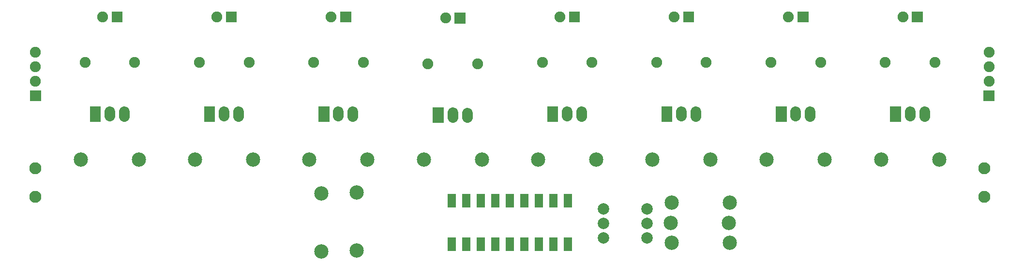
<source format=gbs>
G04 Layer: BottomSolderMaskLayer*
G04 EasyEDA v6.4.25, 2021-12-20T13:39:12+01:00*
G04 63a1d32c011d494aaade838ba407243e,51d3ad7738a14b0e94bcfea3d2f56fdc,10*
G04 Gerber Generator version 0.2*
G04 Scale: 100 percent, Rotated: No, Reflected: No *
G04 Dimensions in millimeters *
G04 leading zeros omitted , absolute positions ,4 integer and 5 decimal *
%FSLAX45Y45*%
%MOMM*%

%ADD23C,1.9016*%
%ADD24C,2.1016*%
%ADD26C,2.0032*%
%ADD29C,2.5032*%

%LPD*%
D23*
X899998Y-2259512D02*
G01*
X899998Y-2339512D01*
X1154023Y-2260503D02*
G01*
X1154023Y-2340503D01*
X2899994Y-2259512D02*
G01*
X2899994Y-2339512D01*
X3154019Y-2260503D02*
G01*
X3154019Y-2340503D01*
X4899990Y-2259512D02*
G01*
X4899990Y-2339512D01*
X5154015Y-2260503D02*
G01*
X5154015Y-2340503D01*
X6899986Y-2280518D02*
G01*
X6899986Y-2360518D01*
X7154011Y-2281509D02*
G01*
X7154011Y-2361509D01*
X8899982Y-2259512D02*
G01*
X8899982Y-2339512D01*
X9154007Y-2260503D02*
G01*
X9154007Y-2340503D01*
X10900003Y-2259512D02*
G01*
X10900003Y-2339512D01*
X11154029Y-2260503D02*
G01*
X11154029Y-2340503D01*
X12899999Y-2259512D02*
G01*
X12899999Y-2339512D01*
X13154025Y-2260503D02*
G01*
X13154025Y-2340503D01*
X14899995Y-2259512D02*
G01*
X14899995Y-2339512D01*
X15154020Y-2260503D02*
G01*
X15154020Y-2340503D01*
D24*
G01*
X-399999Y-3249548D03*
G01*
X-399999Y-3750437D03*
G01*
X16199993Y-3750437D03*
G01*
X16199993Y-3249548D03*
D23*
G01*
X1334998Y-1399997D03*
G01*
X464997Y-1399997D03*
G01*
X3334994Y-1399997D03*
G01*
X2464993Y-1399997D03*
G01*
X5335015Y-1399997D03*
G01*
X4465015Y-1399997D03*
G01*
X7334986Y-1422400D03*
G01*
X6464985Y-1422400D03*
G01*
X9334982Y-1399997D03*
G01*
X8464981Y-1399997D03*
G01*
X11335004Y-1399997D03*
G01*
X10465003Y-1399997D03*
G01*
X13335000Y-1399997D03*
G01*
X12464999Y-1399997D03*
G01*
X15334995Y-1399997D03*
G01*
X14464995Y-1399997D03*
G36*
X550926Y-2434589D02*
G01*
X550926Y-2164334D01*
X741171Y-2164334D01*
X741171Y-2434589D01*
G37*
G36*
X2550922Y-2434589D02*
G01*
X2550922Y-2164334D01*
X2741168Y-2164334D01*
X2741168Y-2434589D01*
G37*
G36*
X4550918Y-2434589D02*
G01*
X4550918Y-2164334D01*
X4741163Y-2164334D01*
X4741163Y-2434589D01*
G37*
G36*
X6550913Y-2455671D02*
G01*
X6550913Y-2185415D01*
X6741159Y-2185415D01*
X6741159Y-2455671D01*
G37*
G36*
X8550909Y-2434589D02*
G01*
X8550909Y-2164334D01*
X8741156Y-2164334D01*
X8741156Y-2434589D01*
G37*
G36*
X10550906Y-2434589D02*
G01*
X10550906Y-2164334D01*
X10741152Y-2164334D01*
X10741152Y-2434589D01*
G37*
G36*
X12550902Y-2434589D02*
G01*
X12550902Y-2164334D01*
X12741147Y-2164334D01*
X12741147Y-2434589D01*
G37*
G36*
X14550897Y-2434589D02*
G01*
X14550897Y-2164334D01*
X14741143Y-2164334D01*
X14741143Y-2434589D01*
G37*
D26*
G01*
X9537700Y-4216400D03*
G01*
X9537700Y-3962400D03*
G01*
X10299700Y-4470400D03*
G01*
X10299700Y-4216400D03*
G01*
X10299700Y-3962400D03*
G01*
X9537700Y-4470400D03*
G36*
X-495045Y-2076195D02*
G01*
X-495045Y-1885950D01*
X-304800Y-1885950D01*
X-304800Y-2076195D01*
G37*
D23*
G01*
X-399999Y-1726996D03*
G01*
X-399999Y-1472996D03*
G01*
X-399999Y-1218996D03*
G36*
X16186404Y-2076195D02*
G01*
X16186404Y-1885950D01*
X16376395Y-1885950D01*
X16376395Y-2076195D01*
G37*
G01*
X16281400Y-1726996D03*
G01*
X16281400Y-1472996D03*
G01*
X16281400Y-1218996D03*
G36*
X931926Y-695197D02*
G01*
X931926Y-504952D01*
X1122171Y-504952D01*
X1122171Y-695197D01*
G37*
G01*
X772998Y-599998D03*
G36*
X2931922Y-695197D02*
G01*
X2931922Y-504952D01*
X3122168Y-504952D01*
X3122168Y-695197D01*
G37*
G01*
X2772994Y-599998D03*
G36*
X4931918Y-695197D02*
G01*
X4931918Y-504952D01*
X5122163Y-504952D01*
X5122163Y-695197D01*
G37*
G01*
X4772990Y-599998D03*
G36*
X6931913Y-716026D02*
G01*
X6931913Y-526034D01*
X7122159Y-526034D01*
X7122159Y-716026D01*
G37*
G01*
X6773011Y-621004D03*
G36*
X8931909Y-695197D02*
G01*
X8931909Y-504952D01*
X9122156Y-504952D01*
X9122156Y-695197D01*
G37*
G01*
X8773007Y-599998D03*
G36*
X10931906Y-695197D02*
G01*
X10931906Y-504952D01*
X11122152Y-504952D01*
X11122152Y-695197D01*
G37*
G01*
X10773003Y-599998D03*
G36*
X12931902Y-695197D02*
G01*
X12931902Y-504952D01*
X13122147Y-504952D01*
X13122147Y-695197D01*
G37*
G01*
X12772999Y-599998D03*
G36*
X14931897Y-695197D02*
G01*
X14931897Y-504952D01*
X15122143Y-504952D01*
X15122143Y-695197D01*
G37*
G01*
X14772995Y-599998D03*
G36*
X8845295Y-3938270D02*
G01*
X8845295Y-3699763D01*
X8986774Y-3699763D01*
X8986774Y-3938270D01*
G37*
G36*
X8591295Y-3938270D02*
G01*
X8591295Y-3699763D01*
X8732774Y-3699763D01*
X8732774Y-3938270D01*
G37*
G36*
X7321295Y-3938270D02*
G01*
X7321295Y-3699763D01*
X7462774Y-3699763D01*
X7462774Y-3938270D01*
G37*
G36*
X7067295Y-3938270D02*
G01*
X7067295Y-3699763D01*
X7208774Y-3699763D01*
X7208774Y-3938270D01*
G37*
G36*
X8337295Y-3938270D02*
G01*
X8337295Y-3699763D01*
X8478774Y-3699763D01*
X8478774Y-3938270D01*
G37*
G36*
X8083295Y-3938270D02*
G01*
X8083295Y-3699763D01*
X8224774Y-3699763D01*
X8224774Y-3938270D01*
G37*
G36*
X7575295Y-3938270D02*
G01*
X7575295Y-3699763D01*
X7716774Y-3699763D01*
X7716774Y-3938270D01*
G37*
G36*
X7829295Y-3938270D02*
G01*
X7829295Y-3699763D01*
X7970774Y-3699763D01*
X7970774Y-3938270D01*
G37*
G36*
X6813295Y-3938270D02*
G01*
X6813295Y-3699763D01*
X6954774Y-3699763D01*
X6954774Y-3938270D01*
G37*
G36*
X6813295Y-4700270D02*
G01*
X6813295Y-4461763D01*
X6954774Y-4461763D01*
X6954774Y-4700270D01*
G37*
G36*
X7067295Y-4700270D02*
G01*
X7067295Y-4461763D01*
X7208774Y-4461763D01*
X7208774Y-4700270D01*
G37*
G36*
X7321295Y-4700270D02*
G01*
X7321295Y-4461763D01*
X7462774Y-4461763D01*
X7462774Y-4700270D01*
G37*
G36*
X7575295Y-4700270D02*
G01*
X7575295Y-4461763D01*
X7716774Y-4461763D01*
X7716774Y-4700270D01*
G37*
G36*
X7829295Y-4700270D02*
G01*
X7829295Y-4461763D01*
X7970774Y-4461763D01*
X7970774Y-4700270D01*
G37*
G36*
X8083295Y-4700270D02*
G01*
X8083295Y-4461763D01*
X8224774Y-4461763D01*
X8224774Y-4700270D01*
G37*
G36*
X8337295Y-4700270D02*
G01*
X8337295Y-4461763D01*
X8478774Y-4461763D01*
X8478774Y-4700270D01*
G37*
G36*
X8591295Y-4700270D02*
G01*
X8591295Y-4461763D01*
X8732774Y-4461763D01*
X8732774Y-4700270D01*
G37*
G36*
X8845295Y-4700270D02*
G01*
X8845295Y-4461763D01*
X8986774Y-4461763D01*
X8986774Y-4700270D01*
G37*
D29*
G01*
X391998Y-3099993D03*
G01*
X1407998Y-3099993D03*
G01*
X2391994Y-3099993D03*
G01*
X3407994Y-3099993D03*
G01*
X4391990Y-3099993D03*
G01*
X5407990Y-3099993D03*
G01*
X6392011Y-3099993D03*
G01*
X7408011Y-3099993D03*
G01*
X8392007Y-3099993D03*
G01*
X9408007Y-3099993D03*
G01*
X10392003Y-3099993D03*
G01*
X11408003Y-3099993D03*
G01*
X12391999Y-3099993D03*
G01*
X13407999Y-3099993D03*
G01*
X14391995Y-3099993D03*
G01*
X15407995Y-3099993D03*
G01*
X11744096Y-4550308D03*
G01*
X10728096Y-4550308D03*
G01*
X11731396Y-4207408D03*
G01*
X10715396Y-4207408D03*
G01*
X11744096Y-3851808D03*
G01*
X10728096Y-3851808D03*
G01*
X4597400Y-3692017D03*
G01*
X4597400Y-4708017D03*
G01*
X5219700Y-3670300D03*
G01*
X5219700Y-4686300D03*
M02*

</source>
